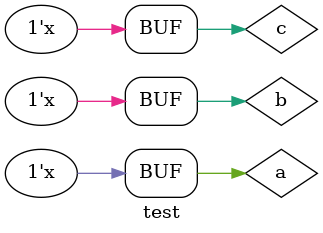
<source format=v>
`timescale 1ns / 1ps


module test(

    );
    wire sum,cout;
    reg a,b,c;
    initial
        begin a=0;b=0;c=0;
     end
    always #20 {a,b,c}={a,b,c}+1;
    fulladd my(a,b,c,sum,cout);
endmodule

</source>
